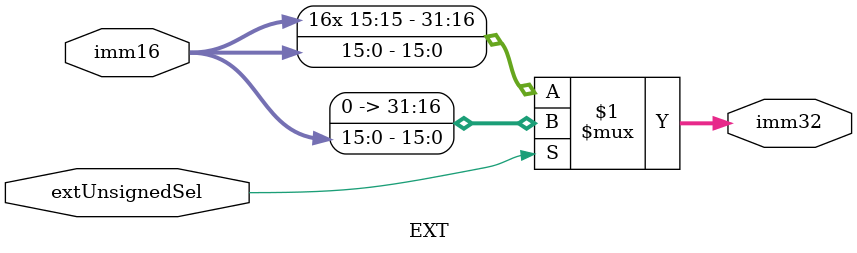
<source format=v>
`timescale 1ns / 1ps
  module EXT(
    input [15:0] imm16,
    input extUnsignedSel,
    output [31:0] imm32
    );
    assign imm32 = extUnsignedSel ? {{16{1'b0}},imm16} : {{16{imm16[15]}},imm16};

endmodule

</source>
